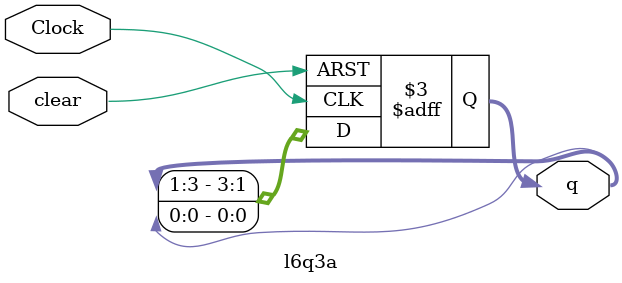
<source format=v>
module l6q3a(q, Clock, clear);
input Clock, clear;
output [0:3]q;
reg[0:3]q;

always@(posedge Clock or posedge clear)
if(clear==1)
q<=4'b0001;
else
begin
q[3]<=q[0];
q[2]<=q[3];
q[1]<=q[2];
q[0]<=q[1];
end
endmodule

</source>
